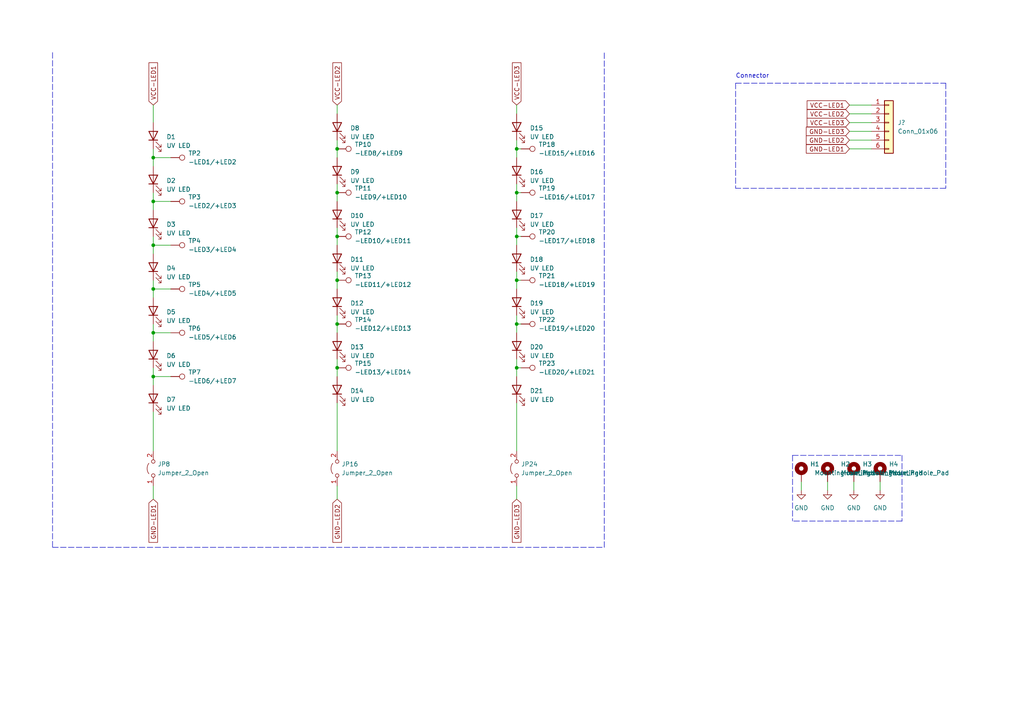
<source format=kicad_sch>
(kicad_sch (version 20211123) (generator eeschema)
  (paper "A4")
  (lib_symbols
    (symbol "Connector:TestPoint" (pin_numbers hide) (pin_names (offset 0.762) hide)
      (property "Reference" "TP" (at 0 6.858 0))
      (property "Value" "TestPoint" (at 0 5.08 0))
      (symbol "TestPoint_0_1"
        (circle (center 0 3.302) (radius 0.762))
      )
      (symbol "TestPoint_1_1"
        (pin passive line (at 0 0 90) (length 2.54) (name "1") (number "1"))
      )
    )
    (symbol "Connector_Generic:Conn_01x06" (pin_names (offset 1.016) hide)
      (property "Reference" "J" (at 0 7.62 0))
      (property "Value" "Conn_01x06" (at 0 -10.16 0))
      (symbol "Conn_01x06_1_1"
        (rectangle (start -1.27 -7.493) (end 0 -7.747) (stroke (width 0.1524)))
        (rectangle (start -1.27 -4.953) (end 0 -5.207) (stroke (width 0.1524)))
        (rectangle (start -1.27 -2.413) (end 0 -2.667) (stroke (width 0.1524)))
        (rectangle (start -1.27 0.127) (end 0 -0.127) (stroke (width 0.1524)))
        (rectangle (start -1.27 2.667) (end 0 2.413) (stroke (width 0.1524)))
        (rectangle (start -1.27 5.207) (end 0 4.953) (stroke (width 0.1524)))
        (rectangle (start -1.27 6.35) (end 1.27 -8.89) (stroke (width 0.254)) (fill (type background)))
        (pin passive line (at -5.08 5.08 0) (length 3.81) (name "Pin_1") (number "1"))
        (pin passive line (at -5.08 2.54 0) (length 3.81) (name "Pin_2") (number "2"))
        (pin passive line (at -5.08 0 0) (length 3.81) (name "Pin_3") (number "3"))
        (pin passive line (at -5.08 -2.54 0) (length 3.81) (name "Pin_4") (number "4"))
        (pin passive line (at -5.08 -5.08 0) (length 3.81) (name "Pin_5") (number "5"))
        (pin passive line (at -5.08 -7.62 0) (length 3.81) (name "Pin_6") (number "6"))
      )
    )
    (symbol "Device:LED" (pin_numbers hide) (pin_names (offset 1.016) hide)
      (property "Reference" "D" (at 0 2.54 0))
      (property "Value" "LED" (at 0 -2.54 0))
      (symbol "LED_0_1"
        (polyline (pts (xy -1.27 -1.27) (xy -1.27 1.27)) (stroke (width 0.254)))
        (polyline (pts (xy -1.27 0) (xy 1.27 0)))
        (polyline (pts (xy 1.27 -1.27) (xy 1.27 1.27) (xy -1.27 0) (xy 1.27 -1.27)) (stroke (width 0.254)))
        (polyline (pts (xy -3.048 -0.762) (xy -4.572 -2.286) (xy -3.81 -2.286) (xy -4.572 -2.286) (xy -4.572 -1.524)))
        (polyline (pts (xy -1.778 -0.762) (xy -3.302 -2.286) (xy -2.54 -2.286) (xy -3.302 -2.286) (xy -3.302 -1.524)))
      )
      (symbol "LED_1_1"
        (pin passive line (at -3.81 0 0) (length 2.54) (name "K") (number "1"))
        (pin passive line (at 3.81 0 180) (length 2.54) (name "A") (number "2"))
      )
    )
    (symbol "Jumper:Jumper_2_Open" (pin_names (offset 0) hide)
      (property "Reference" "JP" (at 0 2.794 0))
      (property "Value" "Jumper_2_Open" (at 0 -2.286 0))
      (symbol "Jumper_2_Open_0_0"
        (circle (center -2.032 0) (radius 0.508))
        (circle (center 2.032 0) (radius 0.508))
      )
      (symbol "Jumper_2_Open_0_1"
        (arc (start 1.524 1.27) (mid 0 1.778) (end -1.524 1.27))
      )
      (symbol "Jumper_2_Open_1_1"
        (pin passive line (at -5.08 0 0) (length 2.54) (name "A") (number "1"))
        (pin passive line (at 5.08 0 180) (length 2.54) (name "B") (number "2"))
      )
    )
    (symbol "Mechanical:MountingHole_Pad" (pin_numbers hide) (pin_names (offset 1.016) hide)
      (property "Reference" "H" (at 0 6.35 0))
      (property "Value" "MountingHole_Pad" (at 0 4.445 0))
      (symbol "MountingHole_Pad_0_1"
        (circle (center 0 1.27) (radius 1.27) (stroke (width 1.27)))
      )
      (symbol "MountingHole_Pad_1_1"
        (pin input line (at 0 -2.54 90) (length 2.54) (name "1") (number "1"))
      )
    )
    (symbol "power:GND" (power) (pin_names (offset 0))
      (property "Value" "GND" (at 0 -3.81 0))
      (symbol "GND_0_1"
        (polyline (pts (xy 0 0) (xy 0 -1.27) (xy 1.27 -1.27) (xy 0 -2.54) (xy -1.27 -1.27) (xy 0 -1.27)))
      )
      (symbol "GND_1_1"
        (pin power_in line (at 0 0 270) (length 0) hide (name "GND") (number "1"))
      )
    )
  )
  (junction (at 44.45 96.52))
  (junction (at 149.86 81.28))
  (junction (at 97.79 106.68))
  (junction (at 97.79 68.58))
  (junction (at 97.79 55.88))
  (junction (at 97.79 43.18))
  (junction (at 149.86 93.98))
  (junction (at 97.79 93.98))
  (junction (at 44.45 109.22))
  (junction (at 44.45 71.12))
  (junction (at 44.45 45.72))
  (junction (at 149.86 68.58))
  (junction (at 149.86 55.88))
  (junction (at 44.45 83.82))
  (junction (at 97.79 81.28))
  (junction (at 149.86 43.18))
  (junction (at 44.45 58.42))
  (junction (at 149.86 106.68))
  (wire (pts (xy 44.45 43.18) (xy 44.45 45.72)))
  (polyline (pts (xy 15.24 158.75) (xy 175.26 158.75)))
  (wire (pts (xy 97.79 55.88) (xy 97.79 58.42)))
  (wire (pts (xy 149.86 81.28) (xy 149.86 83.82)))
  (wire (pts (xy 149.86 40.64) (xy 149.86 43.18)))
  (wire (pts (xy 97.79 81.28) (xy 97.79 83.82)))
  (wire (pts (xy 255.27 139.7) (xy 255.27 142.24)))
  (wire (pts (xy 246.38 30.48) (xy 252.73 30.48)))
  (wire (pts (xy 44.45 45.72) (xy 44.45 48.26)))
  (wire (pts (xy 97.79 66.04) (xy 97.79 68.58)))
  (wire (pts (xy 97.79 104.14) (xy 97.79 106.68)))
  (wire (pts (xy 97.79 43.18) (xy 97.79 45.72)))
  (wire (pts (xy 149.86 43.18) (xy 151.13 43.18)))
  (polyline (pts (xy 261.62 132.08) (xy 261.62 151.13)))
  (wire (pts (xy 246.38 35.56) (xy 252.73 35.56)))
  (wire (pts (xy 246.38 43.18) (xy 252.73 43.18)))
  (wire (pts (xy 44.45 55.88) (xy 44.45 58.42)))
  (wire (pts (xy 44.45 30.48) (xy 44.45 35.56)))
  (wire (pts (xy 44.45 109.22) (xy 49.53 109.22)))
  (wire (pts (xy 44.45 96.52) (xy 44.45 99.06)))
  (wire (pts (xy 44.45 83.82) (xy 44.45 86.36)))
  (wire (pts (xy 44.45 96.52) (xy 49.53 96.52)))
  (wire (pts (xy 44.45 81.28) (xy 44.45 83.82)))
  (wire (pts (xy 44.45 68.58) (xy 44.45 71.12)))
  (wire (pts (xy 97.79 30.48) (xy 97.79 33.02)))
  (wire (pts (xy 44.45 71.12) (xy 49.53 71.12)))
  (polyline (pts (xy 229.87 132.08) (xy 229.87 151.13)))
  (wire (pts (xy 97.79 53.34) (xy 97.79 55.88)))
  (wire (pts (xy 149.86 55.88) (xy 149.86 58.42)))
  (wire (pts (xy 149.86 104.14) (xy 149.86 106.68)))
  (wire (pts (xy 149.86 68.58) (xy 149.86 71.12)))
  (wire (pts (xy 232.41 139.7) (xy 232.41 142.24)))
  (wire (pts (xy 149.86 30.48) (xy 149.86 33.02)))
  (wire (pts (xy 149.86 116.84) (xy 149.86 130.81)))
  (wire (pts (xy 149.86 106.68) (xy 151.13 106.68)))
  (wire (pts (xy 149.86 93.98) (xy 149.86 96.52)))
  (wire (pts (xy 149.86 68.58) (xy 151.13 68.58)))
  (wire (pts (xy 149.86 106.68) (xy 149.86 109.22)))
  (wire (pts (xy 44.45 119.38) (xy 44.45 130.81)))
  (polyline (pts (xy 274.32 24.13) (xy 274.32 54.61)))
  (wire (pts (xy 240.03 139.7) (xy 240.03 142.24)))
  (wire (pts (xy 97.79 78.74) (xy 97.79 81.28)))
  (polyline (pts (xy 213.36 24.13) (xy 213.36 54.61)))
  (wire (pts (xy 97.79 93.98) (xy 97.79 96.52)))
  (wire (pts (xy 97.79 140.97) (xy 97.79 144.78)))
  (wire (pts (xy 44.45 93.98) (xy 44.45 96.52)))
  (wire (pts (xy 247.65 139.7) (xy 247.65 142.24)))
  (wire (pts (xy 44.45 106.68) (xy 44.45 109.22)))
  (polyline (pts (xy 15.24 15.24) (xy 15.24 158.75)))
  (polyline (pts (xy 213.36 24.13) (xy 274.32 24.13)))
  (wire (pts (xy 97.79 106.68) (xy 97.79 109.22)))
  (wire (pts (xy 149.86 140.97) (xy 149.86 144.78)))
  (wire (pts (xy 149.86 55.88) (xy 151.13 55.88)))
  (wire (pts (xy 97.79 68.58) (xy 97.79 71.12)))
  (wire (pts (xy 246.38 40.64) (xy 252.73 40.64)))
  (wire (pts (xy 149.86 81.28) (xy 151.13 81.28)))
  (polyline (pts (xy 261.62 151.13) (xy 229.87 151.13)))
  (wire (pts (xy 97.79 91.44) (xy 97.79 93.98)))
  (wire (pts (xy 44.45 58.42) (xy 44.45 60.96)))
  (wire (pts (xy 149.86 53.34) (xy 149.86 55.88)))
  (wire (pts (xy 149.86 93.98) (xy 151.13 93.98)))
  (wire (pts (xy 149.86 91.44) (xy 149.86 93.98)))
  (wire (pts (xy 44.45 83.82) (xy 49.53 83.82)))
  (wire (pts (xy 44.45 109.22) (xy 44.45 111.76)))
  (wire (pts (xy 149.86 78.74) (xy 149.86 81.28)))
  (polyline (pts (xy 175.26 158.75) (xy 175.26 15.24)))
  (polyline (pts (xy 274.32 54.61) (xy 213.36 54.61)))
  (polyline (pts (xy 229.87 132.08) (xy 261.62 132.08)))
  (wire (pts (xy 149.86 43.18) (xy 149.86 45.72)))
  (wire (pts (xy 246.38 38.1) (xy 252.73 38.1)))
  (wire (pts (xy 149.86 66.04) (xy 149.86 68.58)))
  (wire (pts (xy 246.38 33.02) (xy 252.73 33.02)))
  (wire (pts (xy 97.79 40.64) (xy 97.79 43.18)))
  (wire (pts (xy 44.45 58.42) (xy 49.53 58.42)))
  (wire (pts (xy 44.45 71.12) (xy 44.45 73.66)))
  (wire (pts (xy 97.79 116.84) (xy 97.79 130.81)))
  (wire (pts (xy 44.45 140.97) (xy 44.45 144.78)))
  (wire (pts (xy 44.45 45.72) (xy 49.53 45.72)))
  (text "Connector" (at 213.36 22.86 0) (effects (font (size 1.27 1.27)) (justify left bottom)))
  (global_label "GND-LED2" (shape input) (at 97.79 144.78 270) (property "Intersheet References" "${INTERSHEET_REFS}" (effects hide)))
  (global_label "VCC-LED2" (shape input) (at 97.79 30.48 90) (property "Intersheet References" "${INTERSHEET_REFS}" (effects hide)))
  (global_label "VCC-LED3" (shape input) (at 149.86 30.48 90) (property "Intersheet References" "${INTERSHEET_REFS}" (effects hide)))
  (global_label "VCC-LED3" (shape input) (at 246.38 35.56 180) (property "Intersheet References" "${INTERSHEET_REFS}" (effects hide)))
  (global_label "VCC-LED1" (shape input) (at 44.45 30.48 90) (property "Intersheet References" "${INTERSHEET_REFS}" (effects hide)))
  (global_label "GND-LED3" (shape input) (at 149.86 144.78 270) (property "Intersheet References" "${INTERSHEET_REFS}" (effects hide)))
  (global_label "VCC-LED1" (shape input) (at 246.38 30.48 180) (property "Intersheet References" "${INTERSHEET_REFS}" (effects hide)))
  (global_label "GND-LED2" (shape input) (at 246.38 40.64 180) (property "Intersheet References" "${INTERSHEET_REFS}" (effects hide)))
  (global_label "GND-LED1" (shape input) (at 246.38 43.18 180) (property "Intersheet References" "${INTERSHEET_REFS}" (effects hide)))
  (global_label "GND-LED3" (shape input) (at 246.38 38.1 180) (property "Intersheet References" "${INTERSHEET_REFS}" (effects hide)))
  (global_label "GND-LED1" (shape input) (at 44.45 144.78 270) (property "Intersheet References" "${INTERSHEET_REFS}" (effects hide)))
  (global_label "VCC-LED2" (shape input) (at 246.38 33.02 180) (property "Intersheet References" "${INTERSHEET_REFS}" (effects hide)))
  (symbol (lib_id "Connector:TestPoint") (at 97.79 93.98 270) (unit 1)
    (property "Reference" "TP14" (at 102.87 92.7099 90) (effects (justify left)))
    (property "Value" "-LED12/+LED13" (at 102.87 95.2499 90) (effects (justify left)))
    (property "Footprint" "TestPoint:TestPoint_Keystone_5000-5004_Miniature" (effects hide))
  )
  (symbol (lib_id "Connector:TestPoint") (at 49.53 71.12 270) (unit 1)
    (property "Reference" "TP4" (at 54.61 69.8499 90) (effects (justify left)))
    (property "Value" "-LED3/+LED4" (at 54.61 72.3899 90) (effects (justify left)))
    (property "Footprint" "TestPoint:TestPoint_Keystone_5000-5004_Miniature" (effects hide))
  )
  (symbol (lib_id "Device:LED") (at 97.79 62.23 90) (unit 1)
    (property "Reference" "D10" (at 101.6 62.5474 90) (effects (justify right)))
    (property "Value" "UV LED" (at 101.6 65.0874 90) (effects (justify right)))
    (property "Footprint" "LED_SMD:LED_PLCC_2835_Handsoldering" (effects hide))
  )
  (symbol (lib_id "Connector:TestPoint") (at 49.53 109.22 270) (unit 1)
    (property "Reference" "TP7" (at 54.61 107.9499 90) (effects (justify left)))
    (property "Value" "-LED6/+LED7" (at 54.61 110.4899 90) (effects (justify left)))
    (property "Footprint" "TestPoint:TestPoint_Keystone_5000-5004_Miniature" (effects hide))
  )
  (symbol (lib_id "power:GND") (at 255.27 142.24 0) (unit 1)
    (property "Reference" "#PWR04" (effects hide))
    (property "Value" "GND" (at 255.27 147.32 0))
  )
  (symbol (lib_id "Connector:TestPoint") (at 49.53 58.42 270) (unit 1)
    (property "Reference" "TP3" (at 54.61 57.1499 90) (effects (justify left)))
    (property "Value" "-LED2/+LED3" (at 54.61 59.6899 90) (effects (justify left)))
    (property "Footprint" "TestPoint:TestPoint_Keystone_5000-5004_Miniature" (effects hide))
  )
  (symbol (lib_id "Device:LED") (at 149.86 49.53 90) (unit 1)
    (property "Reference" "D16" (at 153.67 49.8474 90) (effects (justify right)))
    (property "Value" "UV LED" (at 153.67 52.3874 90) (effects (justify right)))
    (property "Footprint" "LED_SMD:LED_PLCC_2835_Handsoldering" (effects hide))
  )
  (symbol (lib_id "Connector:TestPoint") (at 97.79 68.58 270) (unit 1)
    (property "Reference" "TP12" (at 102.87 67.3099 90) (effects (justify left)))
    (property "Value" "-LED10/+LED11" (at 102.87 69.8499 90) (effects (justify left)))
    (property "Footprint" "TestPoint:TestPoint_Keystone_5000-5004_Miniature" (effects hide))
  )
  (symbol (lib_id "Device:LED") (at 97.79 87.63 90) (unit 1)
    (property "Reference" "D12" (at 101.6 87.9474 90) (effects (justify right)))
    (property "Value" "UV LED" (at 101.6 90.4874 90) (effects (justify right)))
    (property "Footprint" "LED_SMD:LED_PLCC_2835_Handsoldering" (effects hide))
  )
  (symbol (lib_id "Connector:TestPoint") (at 49.53 83.82 270) (unit 1)
    (property "Reference" "TP5" (at 54.61 82.5499 90) (effects (justify left)))
    (property "Value" "-LED4/+LED5" (at 54.61 85.0899 90) (effects (justify left)))
    (property "Footprint" "TestPoint:TestPoint_Keystone_5000-5004_Miniature" (effects hide))
  )
  (symbol (lib_id "Device:LED") (at 97.79 36.83 90) (unit 1)
    (property "Reference" "D8" (at 101.6 37.1474 90) (effects (justify right)))
    (property "Value" "UV LED" (at 101.6 39.6874 90) (effects (justify right)))
    (property "Footprint" "LED_SMD:LED_PLCC_2835_Handsoldering" (effects hide))
  )
  (symbol (lib_id "Device:LED") (at 149.86 36.83 90) (unit 1)
    (property "Reference" "D15" (at 153.67 37.1474 90) (effects (justify right)))
    (property "Value" "UV LED" (at 153.67 39.6874 90) (effects (justify right)))
    (property "Footprint" "LED_SMD:LED_PLCC_2835_Handsoldering" (effects hide))
  )
  (symbol (lib_id "Connector:TestPoint") (at 97.79 55.88 270) (unit 1)
    (property "Reference" "TP11" (at 102.87 54.6099 90) (effects (justify left)))
    (property "Value" "-LED9/+LED10" (at 102.87 57.1499 90) (effects (justify left)))
    (property "Footprint" "TestPoint:TestPoint_Keystone_5000-5004_Miniature" (effects hide))
  )
  (symbol (lib_id "Mechanical:MountingHole_Pad") (at 247.65 137.16 0) (unit 1)
    (property "Reference" "H3" (at 250.19 134.6199 0) (effects (justify left)))
    (property "Value" "MountingHole_Pad" (at 250.19 137.1599 0) (effects (justify left)))
    (property "Footprint" "MountingHole:MountingHole_3.2mm_M3_Pad_Via" (effects hide))
  )
  (symbol (lib_id "Mechanical:MountingHole_Pad") (at 255.27 137.16 0) (unit 1)
    (property "Reference" "H4" (at 257.81 134.6199 0) (effects (justify left)))
    (property "Value" "MountingHole_Pad" (at 257.81 137.1599 0) (effects (justify left)))
    (property "Footprint" "MountingHole:MountingHole_3.2mm_M3_Pad_Via" (effects hide))
  )
  (symbol (lib_id "Connector:TestPoint") (at 151.13 68.58 270) (unit 1)
    (property "Reference" "TP20" (at 156.21 67.3099 90) (effects (justify left)))
    (property "Value" "-LED17/+LED18" (at 156.21 69.8499 90) (effects (justify left)))
    (property "Footprint" "TestPoint:TestPoint_Keystone_5000-5004_Miniature" (effects hide))
  )
  (symbol (lib_id "Connector:TestPoint") (at 97.79 106.68 270) (unit 1)
    (property "Reference" "TP15" (at 102.87 105.4099 90) (effects (justify left)))
    (property "Value" "-LED13/+LED14" (at 102.87 107.9499 90) (effects (justify left)))
    (property "Footprint" "TestPoint:TestPoint_Keystone_5000-5004_Miniature" (effects hide))
  )
  (symbol (lib_id "Connector:TestPoint") (at 151.13 55.88 270) (unit 1)
    (property "Reference" "TP19" (at 156.21 54.6099 90) (effects (justify left)))
    (property "Value" "-LED16/+LED17" (at 156.21 57.1499 90) (effects (justify left)))
    (property "Footprint" "TestPoint:TestPoint_Keystone_5000-5004_Miniature" (effects hide))
  )
  (symbol (lib_id "Connector:TestPoint") (at 49.53 45.72 270) (unit 1)
    (property "Reference" "TP2" (at 54.61 44.4499 90) (effects (justify left)))
    (property "Value" "-LED1/+LED2" (at 54.61 46.9899 90) (effects (justify left)))
    (property "Footprint" "TestPoint:TestPoint_Keystone_5000-5004_Miniature" (effects hide))
  )
  (symbol (lib_id "Connector:TestPoint") (at 97.79 81.28 270) (unit 1)
    (property "Reference" "TP13" (at 102.87 80.0099 90) (effects (justify left)))
    (property "Value" "-LED11/+LED12" (at 102.87 82.5499 90) (effects (justify left)))
    (property "Footprint" "TestPoint:TestPoint_Keystone_5000-5004_Miniature" (effects hide))
  )
  (symbol (lib_id "Device:LED") (at 44.45 52.07 90) (unit 1)
    (property "Reference" "D2" (at 48.26 52.3874 90) (effects (justify right)))
    (property "Value" "UV LED" (at 48.26 54.9274 90) (effects (justify right)))
    (property "Footprint" "LED_SMD:LED_PLCC_2835_Handsoldering" (effects hide))
  )
  (symbol (lib_id "Mechanical:MountingHole_Pad") (at 232.41 137.16 0) (unit 1)
    (property "Reference" "H1" (at 234.95 134.6199 0) (effects (justify left)))
    (property "Value" "MountingHole_Pad" (at 236.22 137.1599 0) (effects (justify left)))
    (property "Footprint" "MountingHole:MountingHole_3.2mm_M3_Pad_Via" (effects hide))
  )
  (symbol (lib_id "Connector:TestPoint") (at 151.13 93.98 270) (unit 1)
    (property "Reference" "TP22" (at 156.21 92.7099 90) (effects (justify left)))
    (property "Value" "-LED19/+LED20" (at 156.21 95.2499 90) (effects (justify left)))
    (property "Footprint" "TestPoint:TestPoint_Keystone_5000-5004_Miniature" (effects hide))
  )
  (symbol (lib_id "Connector_Generic:Conn_01x06") (at 257.81 35.56 0) (unit 1)
    (property "Reference" "J?" (at 260.35 35.5599 0) (effects (justify left)))
    (property "Value" "Conn_01x06" (at 260.35 38.0999 0) (effects (justify left)))
    (property "Footprint" "Connector_JST:JST_XH_B6B-XH-A_1x06_P2.50mm_Vertical" (effects hide))
  )
  (symbol (lib_id "power:GND") (at 240.03 142.24 0) (unit 1)
    (property "Reference" "#PWR02" (effects hide))
    (property "Value" "GND" (at 240.03 147.32 0))
  )
  (symbol (lib_id "Device:LED") (at 149.86 113.03 90) (unit 1)
    (property "Reference" "D21" (at 153.67 113.3474 90) (effects (justify right)))
    (property "Value" "UV LED" (at 153.67 115.8874 90) (effects (justify right)))
    (property "Footprint" "LED_SMD:LED_PLCC_2835_Handsoldering" (effects hide))
  )
  (symbol (lib_id "Connector:TestPoint") (at 151.13 43.18 270) (unit 1)
    (property "Reference" "TP18" (at 156.21 41.9099 90) (effects (justify left)))
    (property "Value" "-LED15/+LED16" (at 156.21 44.4499 90) (effects (justify left)))
    (property "Footprint" "TestPoint:TestPoint_Keystone_5000-5004_Miniature" (effects hide))
  )
  (symbol (lib_id "Jumper:Jumper_2_Open") (at 97.79 135.89 90) (unit 1)
    (property "Reference" "JP16" (at 99.06 134.6199 90) (effects (justify right)))
    (property "Value" "Jumper_2_Open" (at 99.06 137.1599 90) (effects (justify right)))
    (property "Footprint" "Connector_PinHeader_2.54mm:PinHeader_1x02_P2.54mm_Vertical" (effects hide))
  )
  (symbol (lib_id "power:GND") (at 232.41 142.24 0) (unit 1)
    (property "Reference" "#PWR01" (effects hide))
    (property "Value" "GND" (at 232.41 147.32 0))
  )
  (symbol (lib_id "Device:LED") (at 44.45 102.87 90) (unit 1)
    (property "Reference" "D6" (at 48.26 103.1874 90) (effects (justify right)))
    (property "Value" "UV LED" (at 48.26 105.7274 90) (effects (justify right)))
    (property "Footprint" "LED_SMD:LED_PLCC_2835_Handsoldering" (effects hide))
  )
  (symbol (lib_id "Connector:TestPoint") (at 49.53 96.52 270) (unit 1)
    (property "Reference" "TP6" (at 54.61 95.2499 90) (effects (justify left)))
    (property "Value" "-LED5/+LED6" (at 54.61 97.7899 90) (effects (justify left)))
    (property "Footprint" "TestPoint:TestPoint_Keystone_5000-5004_Miniature" (effects hide))
  )
  (symbol (lib_id "Device:LED") (at 149.86 87.63 90) (unit 1)
    (property "Reference" "D19" (at 153.67 87.9474 90) (effects (justify right)))
    (property "Value" "UV LED" (at 153.67 90.4874 90) (effects (justify right)))
    (property "Footprint" "LED_SMD:LED_PLCC_2835_Handsoldering" (effects hide))
  )
  (symbol (lib_id "Device:LED") (at 149.86 100.33 90) (unit 1)
    (property "Reference" "D20" (at 153.67 100.6474 90) (effects (justify right)))
    (property "Value" "UV LED" (at 153.67 103.1874 90) (effects (justify right)))
    (property "Footprint" "LED_SMD:LED_PLCC_2835_Handsoldering" (effects hide))
  )
  (symbol (lib_id "Connector:TestPoint") (at 97.79 43.18 270) (unit 1)
    (property "Reference" "TP10" (at 102.87 41.9099 90) (effects (justify left)))
    (property "Value" "-LED8/+LED9" (at 102.87 44.4499 90) (effects (justify left)))
    (property "Footprint" "TestPoint:TestPoint_Keystone_5000-5004_Miniature" (effects hide))
  )
  (symbol (lib_id "Device:LED") (at 44.45 77.47 90) (unit 1)
    (property "Reference" "D4" (at 48.26 77.7874 90) (effects (justify right)))
    (property "Value" "UV LED" (at 48.26 80.3274 90) (effects (justify right)))
    (property "Footprint" "LED_SMD:LED_PLCC_2835_Handsoldering" (effects hide))
  )
  (symbol (lib_id "Device:LED") (at 44.45 90.17 90) (unit 1)
    (property "Reference" "D5" (at 48.26 90.4874 90) (effects (justify right)))
    (property "Value" "UV LED" (at 48.26 93.0274 90) (effects (justify right)))
    (property "Footprint" "LED_SMD:LED_PLCC_2835_Handsoldering" (effects hide))
  )
  (symbol (lib_id "power:GND") (at 247.65 142.24 0) (unit 1)
    (property "Reference" "#PWR03" (effects hide))
    (property "Value" "GND" (at 247.65 147.32 0))
  )
  (symbol (lib_id "Connector:TestPoint") (at 151.13 106.68 270) (unit 1)
    (property "Reference" "TP23" (at 156.21 105.4099 90) (effects (justify left)))
    (property "Value" "-LED20/+LED21" (at 156.21 107.9499 90) (effects (justify left)))
    (property "Footprint" "TestPoint:TestPoint_Keystone_5000-5004_Miniature" (effects hide))
  )
  (symbol (lib_id "Device:LED") (at 97.79 49.53 90) (unit 1)
    (property "Reference" "D9" (at 101.6 49.8474 90) (effects (justify right)))
    (property "Value" "UV LED" (at 101.6 52.3874 90) (effects (justify right)))
    (property "Footprint" "LED_SMD:LED_PLCC_2835_Handsoldering" (effects hide))
  )
  (symbol (lib_id "Device:LED") (at 44.45 64.77 90) (unit 1)
    (property "Reference" "D3" (at 48.26 65.0874 90) (effects (justify right)))
    (property "Value" "UV LED" (at 48.26 67.6274 90) (effects (justify right)))
    (property "Footprint" "LED_SMD:LED_PLCC_2835_Handsoldering" (effects hide))
  )
  (symbol (lib_id "Device:LED") (at 149.86 62.23 90) (unit 1)
    (property "Reference" "D17" (at 153.67 62.5474 90) (effects (justify right)))
    (property "Value" "UV LED" (at 153.67 65.0874 90) (effects (justify right)))
    (property "Footprint" "LED_SMD:LED_PLCC_2835_Handsoldering" (effects hide))
  )
  (symbol (lib_id "Device:LED") (at 149.86 74.93 90) (unit 1)
    (property "Reference" "D18" (at 153.67 75.2474 90) (effects (justify right)))
    (property "Value" "UV LED" (at 153.67 77.7874 90) (effects (justify right)))
    (property "Footprint" "LED_SMD:LED_PLCC_2835_Handsoldering" (effects hide))
  )
  (symbol (lib_id "Device:LED") (at 97.79 74.93 90) (unit 1)
    (property "Reference" "D11" (at 101.6 75.2474 90) (effects (justify right)))
    (property "Value" "UV LED" (at 101.6 77.7874 90) (effects (justify right)))
    (property "Footprint" "LED_SMD:LED_PLCC_2835_Handsoldering" (effects hide))
  )
  (symbol (lib_id "Jumper:Jumper_2_Open") (at 44.45 135.89 90) (unit 1)
    (property "Reference" "JP8" (at 45.72 134.6199 90) (effects (justify right)))
    (property "Value" "Jumper_2_Open" (at 45.72 137.1599 90) (effects (justify right)))
    (property "Footprint" "Connector_PinHeader_2.54mm:PinHeader_1x02_P2.54mm_Vertical" (effects hide))
  )
  (symbol (lib_id "Device:LED") (at 44.45 115.57 90) (unit 1)
    (property "Reference" "D7" (at 48.26 115.8874 90) (effects (justify right)))
    (property "Value" "UV LED" (at 48.26 118.4274 90) (effects (justify right)))
    (property "Footprint" "LED_SMD:LED_PLCC_2835_Handsoldering" (effects hide))
  )
  (symbol (lib_id "Device:LED") (at 97.79 113.03 90) (unit 1)
    (property "Reference" "D14" (at 101.6 113.3474 90) (effects (justify right)))
    (property "Value" "UV LED" (at 101.6 115.8874 90) (effects (justify right)))
    (property "Footprint" "LED_SMD:LED_PLCC_2835_Handsoldering" (effects hide))
  )
  (symbol (lib_id "Device:LED") (at 97.79 100.33 90) (unit 1)
    (property "Reference" "D13" (at 101.6 100.6474 90) (effects (justify right)))
    (property "Value" "UV LED" (at 101.6 103.1874 90) (effects (justify right)))
    (property "Footprint" "LED_SMD:LED_PLCC_2835_Handsoldering" (effects hide))
  )
  (symbol (lib_id "Device:LED") (at 44.45 39.37 90) (unit 1)
    (property "Reference" "D1" (at 48.26 39.6874 90) (effects (justify right)))
    (property "Value" "UV LED" (at 48.26 42.2274 90) (effects (justify right)))
    (property "Footprint" "LED_SMD:LED_PLCC_2835_Handsoldering" (effects hide))
  )
  (symbol (lib_id "Mechanical:MountingHole_Pad") (at 240.03 137.16 0) (unit 1)
    (property "Reference" "H2" (at 243.84 134.6199 0) (effects (justify left)))
    (property "Value" "MountingHole_Pad" (at 243.84 137.1599 0) (effects (justify left)))
    (property "Footprint" "MountingHole:MountingHole_3.2mm_M3_Pad_Via" (effects hide))
  )
  (symbol (lib_id "Connector:TestPoint") (at 151.13 81.28 270) (unit 1)
    (property "Reference" "TP21" (at 156.21 80.0099 90) (effects (justify left)))
    (property "Value" "-LED18/+LED19" (at 156.21 82.5499 90) (effects (justify left)))
    (property "Footprint" "TestPoint:TestPoint_Keystone_5000-5004_Miniature" (effects hide))
  )
  (symbol (lib_id "Jumper:Jumper_2_Open") (at 149.86 135.89 90) (unit 1)
    (property "Reference" "JP24" (at 151.13 134.6199 90) (effects (justify right)))
    (property "Value" "Jumper_2_Open" (at 151.13 137.1599 90) (effects (justify right)))
    (property "Footprint" "Connector_PinHeader_2.54mm:PinHeader_1x02_P2.54mm_Vertical" (effects hide))
  )
)
</source>
